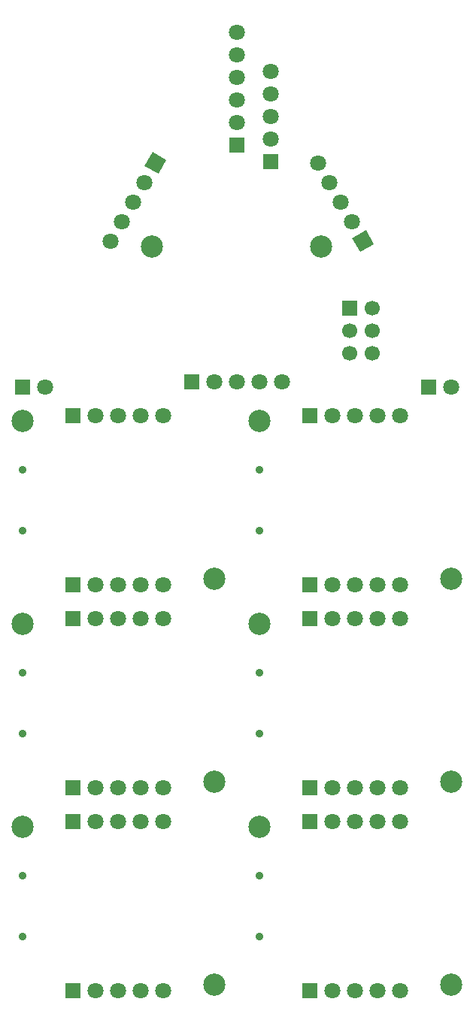
<source format=gbs>
%FSLAX34Y34*%
G04 Gerber Fmt 3.4, Leading zero omitted, Abs format*
G04 (created by PCBNEW (2014-02-03 BZR 4657)-product) date Wed 05 Mar 2014 09:35:53 PM CST*
%MOIN*%
G01*
G70*
G90*
G04 APERTURE LIST*
%ADD10C,0.006000*%
%ADD11C,0.098425*%
%ADD12C,0.035433*%
%ADD13R,0.070866X0.070866*%
%ADD14C,0.070866*%
%ADD15R,0.066929X0.066929*%
%ADD16C,0.066929*%
G04 APERTURE END LIST*
G54D10*
G54D11*
X30000Y-50000D03*
X38500Y-57000D03*
G54D12*
X30000Y-54838D03*
X30000Y-52161D03*
G54D13*
X32250Y-49750D03*
G54D14*
X33250Y-49750D03*
X34250Y-49750D03*
X36250Y-49750D03*
X35250Y-49750D03*
G54D13*
X32250Y-57250D03*
G54D14*
X33250Y-57250D03*
X34250Y-57250D03*
X36250Y-57250D03*
X35250Y-57250D03*
G54D13*
X42750Y-57250D03*
G54D14*
X43750Y-57250D03*
X44750Y-57250D03*
X46750Y-57250D03*
X45750Y-57250D03*
G54D13*
X42750Y-49750D03*
G54D14*
X43750Y-49750D03*
X44750Y-49750D03*
X46750Y-49750D03*
X45750Y-49750D03*
G54D12*
X40500Y-54838D03*
X40500Y-52161D03*
G54D11*
X49000Y-57000D03*
X40500Y-50000D03*
X30000Y-59000D03*
X38500Y-66000D03*
G54D12*
X30000Y-63838D03*
X30000Y-61161D03*
G54D13*
X32250Y-58750D03*
G54D14*
X33250Y-58750D03*
X34250Y-58750D03*
X36250Y-58750D03*
X35250Y-58750D03*
G54D13*
X32250Y-66250D03*
G54D14*
X33250Y-66250D03*
X34250Y-66250D03*
X36250Y-66250D03*
X35250Y-66250D03*
G54D13*
X42750Y-66250D03*
G54D14*
X43750Y-66250D03*
X44750Y-66250D03*
X46750Y-66250D03*
X45750Y-66250D03*
G54D13*
X42750Y-58750D03*
G54D14*
X43750Y-58750D03*
X44750Y-58750D03*
X46750Y-58750D03*
X45750Y-58750D03*
G54D12*
X40500Y-63838D03*
X40500Y-61161D03*
G54D11*
X49000Y-66000D03*
X40500Y-59000D03*
X40500Y-41000D03*
X49000Y-48000D03*
G54D12*
X40500Y-45838D03*
X40500Y-43161D03*
G54D13*
X42750Y-40750D03*
G54D14*
X43750Y-40750D03*
X44750Y-40750D03*
X46750Y-40750D03*
X45750Y-40750D03*
G54D13*
X42750Y-48250D03*
G54D14*
X43750Y-48250D03*
X44750Y-48250D03*
X46750Y-48250D03*
X45750Y-48250D03*
G54D13*
X48000Y-39500D03*
G54D14*
X49000Y-39500D03*
G54D13*
X32250Y-48250D03*
G54D14*
X33250Y-48250D03*
X34250Y-48250D03*
X36250Y-48250D03*
X35250Y-48250D03*
G54D13*
X30000Y-39500D03*
G54D14*
X31000Y-39500D03*
G54D15*
X44500Y-36000D03*
G54D16*
X45500Y-36000D03*
X44500Y-37000D03*
X45500Y-37000D03*
X44500Y-38000D03*
X45500Y-38000D03*
G54D13*
X39500Y-28750D03*
G54D14*
X39500Y-27750D03*
X39500Y-26750D03*
X39500Y-24750D03*
X39500Y-23750D03*
X39500Y-25750D03*
G54D13*
X37500Y-39250D03*
G54D14*
X38500Y-39250D03*
X39500Y-39250D03*
X41500Y-39250D03*
X40500Y-39250D03*
G54D10*
G36*
X35770Y-29063D02*
X36384Y-29418D01*
X36029Y-30031D01*
X35415Y-29677D01*
X35770Y-29063D01*
X35770Y-29063D01*
G37*
G54D14*
X35400Y-30413D03*
X34900Y-31280D03*
X33900Y-33012D03*
X34400Y-32146D03*
G54D10*
G36*
X45584Y-33141D02*
X44970Y-33496D01*
X44615Y-32882D01*
X45229Y-32528D01*
X45584Y-33141D01*
X45584Y-33141D01*
G37*
G54D14*
X44600Y-32146D03*
X44100Y-31280D03*
X43100Y-29547D03*
X43600Y-30413D03*
G54D13*
X32250Y-40750D03*
G54D14*
X33250Y-40750D03*
X34250Y-40750D03*
X36250Y-40750D03*
X35250Y-40750D03*
G54D12*
X30000Y-45838D03*
X30000Y-43161D03*
G54D13*
X41000Y-29500D03*
G54D14*
X41000Y-28500D03*
X41000Y-27500D03*
X41000Y-25500D03*
X41000Y-26500D03*
G54D11*
X35750Y-33250D03*
X43250Y-33250D03*
X38500Y-48000D03*
X30000Y-41000D03*
M02*

</source>
